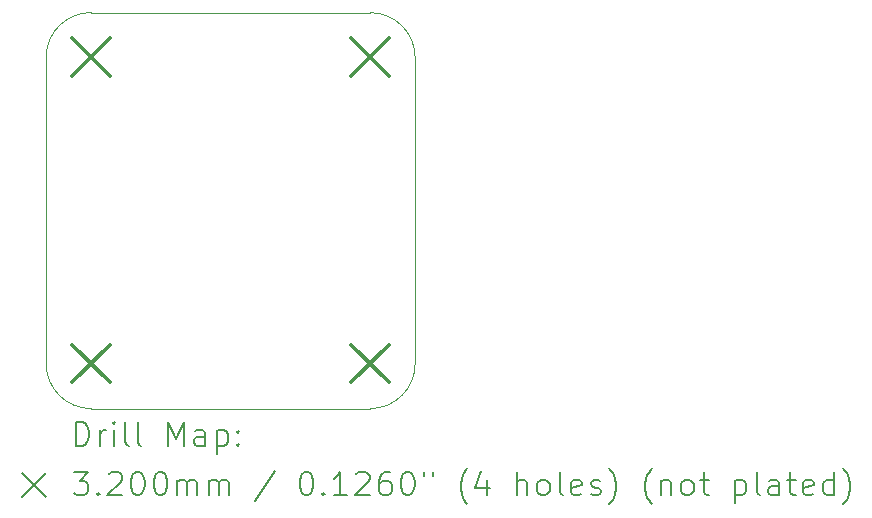
<source format=gbr>
%FSLAX45Y45*%
G04 Gerber Fmt 4.5, Leading zero omitted, Abs format (unit mm)*
G04 Created by KiCad (PCBNEW (6.0.0)) date 2022-01-04 00:39:45*
%MOMM*%
%LPD*%
G01*
G04 APERTURE LIST*
%TA.AperFunction,Profile*%
%ADD10C,0.100000*%
%TD*%
%ADD11C,0.200000*%
%ADD12C,0.320000*%
G04 APERTURE END LIST*
D10*
X11226800Y-7238154D02*
X13589000Y-7239000D01*
X11226800Y-7238154D02*
G75*
G03*
X10845800Y-7594600I0J-381846D01*
G01*
X13970000Y-7620000D02*
G75*
G03*
X13589000Y-7239000I-381000J0D01*
G01*
X10845800Y-10210800D02*
G75*
G03*
X11226800Y-10591800I381000J0D01*
G01*
X13970000Y-10210800D02*
X13970000Y-7620000D01*
X13589000Y-10591800D02*
X11226800Y-10591800D01*
X13589000Y-10591800D02*
G75*
G03*
X13970000Y-10210800I0J381000D01*
G01*
X10845800Y-10210800D02*
X10845800Y-7594600D01*
D11*
D12*
X11066800Y-7452400D02*
X11386800Y-7772400D01*
X11386800Y-7452400D02*
X11066800Y-7772400D01*
X11066800Y-10050800D02*
X11386800Y-10370800D01*
X11386800Y-10050800D02*
X11066800Y-10370800D01*
X13429000Y-7452400D02*
X13749000Y-7772400D01*
X13749000Y-7452400D02*
X13429000Y-7772400D01*
X13429000Y-10050800D02*
X13749000Y-10370800D01*
X13749000Y-10050800D02*
X13429000Y-10370800D01*
D11*
X11098419Y-10907276D02*
X11098419Y-10707276D01*
X11146038Y-10707276D01*
X11174610Y-10716800D01*
X11193657Y-10735848D01*
X11203181Y-10754895D01*
X11212705Y-10792990D01*
X11212705Y-10821562D01*
X11203181Y-10859657D01*
X11193657Y-10878705D01*
X11174610Y-10897752D01*
X11146038Y-10907276D01*
X11098419Y-10907276D01*
X11298419Y-10907276D02*
X11298419Y-10773943D01*
X11298419Y-10812038D02*
X11307943Y-10792990D01*
X11317467Y-10783467D01*
X11336514Y-10773943D01*
X11355562Y-10773943D01*
X11422228Y-10907276D02*
X11422228Y-10773943D01*
X11422228Y-10707276D02*
X11412705Y-10716800D01*
X11422228Y-10726324D01*
X11431752Y-10716800D01*
X11422228Y-10707276D01*
X11422228Y-10726324D01*
X11546038Y-10907276D02*
X11526990Y-10897752D01*
X11517467Y-10878705D01*
X11517467Y-10707276D01*
X11650800Y-10907276D02*
X11631752Y-10897752D01*
X11622228Y-10878705D01*
X11622228Y-10707276D01*
X11879371Y-10907276D02*
X11879371Y-10707276D01*
X11946038Y-10850133D01*
X12012705Y-10707276D01*
X12012705Y-10907276D01*
X12193657Y-10907276D02*
X12193657Y-10802514D01*
X12184133Y-10783467D01*
X12165086Y-10773943D01*
X12126990Y-10773943D01*
X12107943Y-10783467D01*
X12193657Y-10897752D02*
X12174609Y-10907276D01*
X12126990Y-10907276D01*
X12107943Y-10897752D01*
X12098419Y-10878705D01*
X12098419Y-10859657D01*
X12107943Y-10840610D01*
X12126990Y-10831086D01*
X12174609Y-10831086D01*
X12193657Y-10821562D01*
X12288895Y-10773943D02*
X12288895Y-10973943D01*
X12288895Y-10783467D02*
X12307943Y-10773943D01*
X12346038Y-10773943D01*
X12365086Y-10783467D01*
X12374609Y-10792990D01*
X12384133Y-10812038D01*
X12384133Y-10869181D01*
X12374609Y-10888229D01*
X12365086Y-10897752D01*
X12346038Y-10907276D01*
X12307943Y-10907276D01*
X12288895Y-10897752D01*
X12469848Y-10888229D02*
X12479371Y-10897752D01*
X12469848Y-10907276D01*
X12460324Y-10897752D01*
X12469848Y-10888229D01*
X12469848Y-10907276D01*
X12469848Y-10783467D02*
X12479371Y-10792990D01*
X12469848Y-10802514D01*
X12460324Y-10792990D01*
X12469848Y-10783467D01*
X12469848Y-10802514D01*
X10640800Y-11136800D02*
X10840800Y-11336800D01*
X10840800Y-11136800D02*
X10640800Y-11336800D01*
X11079371Y-11127276D02*
X11203181Y-11127276D01*
X11136514Y-11203467D01*
X11165086Y-11203467D01*
X11184133Y-11212990D01*
X11193657Y-11222514D01*
X11203181Y-11241562D01*
X11203181Y-11289181D01*
X11193657Y-11308228D01*
X11184133Y-11317752D01*
X11165086Y-11327276D01*
X11107943Y-11327276D01*
X11088895Y-11317752D01*
X11079371Y-11308228D01*
X11288895Y-11308228D02*
X11298419Y-11317752D01*
X11288895Y-11327276D01*
X11279371Y-11317752D01*
X11288895Y-11308228D01*
X11288895Y-11327276D01*
X11374609Y-11146324D02*
X11384133Y-11136800D01*
X11403181Y-11127276D01*
X11450800Y-11127276D01*
X11469848Y-11136800D01*
X11479371Y-11146324D01*
X11488895Y-11165371D01*
X11488895Y-11184419D01*
X11479371Y-11212990D01*
X11365086Y-11327276D01*
X11488895Y-11327276D01*
X11612705Y-11127276D02*
X11631752Y-11127276D01*
X11650800Y-11136800D01*
X11660324Y-11146324D01*
X11669848Y-11165371D01*
X11679371Y-11203467D01*
X11679371Y-11251086D01*
X11669848Y-11289181D01*
X11660324Y-11308228D01*
X11650800Y-11317752D01*
X11631752Y-11327276D01*
X11612705Y-11327276D01*
X11593657Y-11317752D01*
X11584133Y-11308228D01*
X11574609Y-11289181D01*
X11565086Y-11251086D01*
X11565086Y-11203467D01*
X11574609Y-11165371D01*
X11584133Y-11146324D01*
X11593657Y-11136800D01*
X11612705Y-11127276D01*
X11803181Y-11127276D02*
X11822228Y-11127276D01*
X11841276Y-11136800D01*
X11850800Y-11146324D01*
X11860324Y-11165371D01*
X11869848Y-11203467D01*
X11869848Y-11251086D01*
X11860324Y-11289181D01*
X11850800Y-11308228D01*
X11841276Y-11317752D01*
X11822228Y-11327276D01*
X11803181Y-11327276D01*
X11784133Y-11317752D01*
X11774609Y-11308228D01*
X11765086Y-11289181D01*
X11755562Y-11251086D01*
X11755562Y-11203467D01*
X11765086Y-11165371D01*
X11774609Y-11146324D01*
X11784133Y-11136800D01*
X11803181Y-11127276D01*
X11955562Y-11327276D02*
X11955562Y-11193943D01*
X11955562Y-11212990D02*
X11965086Y-11203467D01*
X11984133Y-11193943D01*
X12012705Y-11193943D01*
X12031752Y-11203467D01*
X12041276Y-11222514D01*
X12041276Y-11327276D01*
X12041276Y-11222514D02*
X12050800Y-11203467D01*
X12069848Y-11193943D01*
X12098419Y-11193943D01*
X12117467Y-11203467D01*
X12126990Y-11222514D01*
X12126990Y-11327276D01*
X12222228Y-11327276D02*
X12222228Y-11193943D01*
X12222228Y-11212990D02*
X12231752Y-11203467D01*
X12250800Y-11193943D01*
X12279371Y-11193943D01*
X12298419Y-11203467D01*
X12307943Y-11222514D01*
X12307943Y-11327276D01*
X12307943Y-11222514D02*
X12317467Y-11203467D01*
X12336514Y-11193943D01*
X12365086Y-11193943D01*
X12384133Y-11203467D01*
X12393657Y-11222514D01*
X12393657Y-11327276D01*
X12784133Y-11117752D02*
X12612705Y-11374895D01*
X13041276Y-11127276D02*
X13060324Y-11127276D01*
X13079371Y-11136800D01*
X13088895Y-11146324D01*
X13098419Y-11165371D01*
X13107943Y-11203467D01*
X13107943Y-11251086D01*
X13098419Y-11289181D01*
X13088895Y-11308228D01*
X13079371Y-11317752D01*
X13060324Y-11327276D01*
X13041276Y-11327276D01*
X13022228Y-11317752D01*
X13012705Y-11308228D01*
X13003181Y-11289181D01*
X12993657Y-11251086D01*
X12993657Y-11203467D01*
X13003181Y-11165371D01*
X13012705Y-11146324D01*
X13022228Y-11136800D01*
X13041276Y-11127276D01*
X13193657Y-11308228D02*
X13203181Y-11317752D01*
X13193657Y-11327276D01*
X13184133Y-11317752D01*
X13193657Y-11308228D01*
X13193657Y-11327276D01*
X13393657Y-11327276D02*
X13279371Y-11327276D01*
X13336514Y-11327276D02*
X13336514Y-11127276D01*
X13317467Y-11155848D01*
X13298419Y-11174895D01*
X13279371Y-11184419D01*
X13469848Y-11146324D02*
X13479371Y-11136800D01*
X13498419Y-11127276D01*
X13546038Y-11127276D01*
X13565086Y-11136800D01*
X13574609Y-11146324D01*
X13584133Y-11165371D01*
X13584133Y-11184419D01*
X13574609Y-11212990D01*
X13460324Y-11327276D01*
X13584133Y-11327276D01*
X13755562Y-11127276D02*
X13717467Y-11127276D01*
X13698419Y-11136800D01*
X13688895Y-11146324D01*
X13669848Y-11174895D01*
X13660324Y-11212990D01*
X13660324Y-11289181D01*
X13669848Y-11308228D01*
X13679371Y-11317752D01*
X13698419Y-11327276D01*
X13736514Y-11327276D01*
X13755562Y-11317752D01*
X13765086Y-11308228D01*
X13774609Y-11289181D01*
X13774609Y-11241562D01*
X13765086Y-11222514D01*
X13755562Y-11212990D01*
X13736514Y-11203467D01*
X13698419Y-11203467D01*
X13679371Y-11212990D01*
X13669848Y-11222514D01*
X13660324Y-11241562D01*
X13898419Y-11127276D02*
X13917467Y-11127276D01*
X13936514Y-11136800D01*
X13946038Y-11146324D01*
X13955562Y-11165371D01*
X13965086Y-11203467D01*
X13965086Y-11251086D01*
X13955562Y-11289181D01*
X13946038Y-11308228D01*
X13936514Y-11317752D01*
X13917467Y-11327276D01*
X13898419Y-11327276D01*
X13879371Y-11317752D01*
X13869848Y-11308228D01*
X13860324Y-11289181D01*
X13850800Y-11251086D01*
X13850800Y-11203467D01*
X13860324Y-11165371D01*
X13869848Y-11146324D01*
X13879371Y-11136800D01*
X13898419Y-11127276D01*
X14041276Y-11127276D02*
X14041276Y-11165371D01*
X14117467Y-11127276D02*
X14117467Y-11165371D01*
X14412705Y-11403467D02*
X14403181Y-11393943D01*
X14384133Y-11365371D01*
X14374609Y-11346324D01*
X14365086Y-11317752D01*
X14355562Y-11270133D01*
X14355562Y-11232038D01*
X14365086Y-11184419D01*
X14374609Y-11155848D01*
X14384133Y-11136800D01*
X14403181Y-11108229D01*
X14412705Y-11098705D01*
X14574609Y-11193943D02*
X14574609Y-11327276D01*
X14526990Y-11117752D02*
X14479371Y-11260609D01*
X14603181Y-11260609D01*
X14831752Y-11327276D02*
X14831752Y-11127276D01*
X14917467Y-11327276D02*
X14917467Y-11222514D01*
X14907943Y-11203467D01*
X14888895Y-11193943D01*
X14860324Y-11193943D01*
X14841276Y-11203467D01*
X14831752Y-11212990D01*
X15041276Y-11327276D02*
X15022228Y-11317752D01*
X15012705Y-11308228D01*
X15003181Y-11289181D01*
X15003181Y-11232038D01*
X15012705Y-11212990D01*
X15022228Y-11203467D01*
X15041276Y-11193943D01*
X15069848Y-11193943D01*
X15088895Y-11203467D01*
X15098419Y-11212990D01*
X15107943Y-11232038D01*
X15107943Y-11289181D01*
X15098419Y-11308228D01*
X15088895Y-11317752D01*
X15069848Y-11327276D01*
X15041276Y-11327276D01*
X15222228Y-11327276D02*
X15203181Y-11317752D01*
X15193657Y-11298705D01*
X15193657Y-11127276D01*
X15374609Y-11317752D02*
X15355562Y-11327276D01*
X15317467Y-11327276D01*
X15298419Y-11317752D01*
X15288895Y-11298705D01*
X15288895Y-11222514D01*
X15298419Y-11203467D01*
X15317467Y-11193943D01*
X15355562Y-11193943D01*
X15374609Y-11203467D01*
X15384133Y-11222514D01*
X15384133Y-11241562D01*
X15288895Y-11260609D01*
X15460324Y-11317752D02*
X15479371Y-11327276D01*
X15517467Y-11327276D01*
X15536514Y-11317752D01*
X15546038Y-11298705D01*
X15546038Y-11289181D01*
X15536514Y-11270133D01*
X15517467Y-11260609D01*
X15488895Y-11260609D01*
X15469848Y-11251086D01*
X15460324Y-11232038D01*
X15460324Y-11222514D01*
X15469848Y-11203467D01*
X15488895Y-11193943D01*
X15517467Y-11193943D01*
X15536514Y-11203467D01*
X15612705Y-11403467D02*
X15622228Y-11393943D01*
X15641276Y-11365371D01*
X15650800Y-11346324D01*
X15660324Y-11317752D01*
X15669848Y-11270133D01*
X15669848Y-11232038D01*
X15660324Y-11184419D01*
X15650800Y-11155848D01*
X15641276Y-11136800D01*
X15622228Y-11108229D01*
X15612705Y-11098705D01*
X15974609Y-11403467D02*
X15965086Y-11393943D01*
X15946038Y-11365371D01*
X15936514Y-11346324D01*
X15926990Y-11317752D01*
X15917467Y-11270133D01*
X15917467Y-11232038D01*
X15926990Y-11184419D01*
X15936514Y-11155848D01*
X15946038Y-11136800D01*
X15965086Y-11108229D01*
X15974609Y-11098705D01*
X16050800Y-11193943D02*
X16050800Y-11327276D01*
X16050800Y-11212990D02*
X16060324Y-11203467D01*
X16079371Y-11193943D01*
X16107943Y-11193943D01*
X16126990Y-11203467D01*
X16136514Y-11222514D01*
X16136514Y-11327276D01*
X16260324Y-11327276D02*
X16241276Y-11317752D01*
X16231752Y-11308228D01*
X16222228Y-11289181D01*
X16222228Y-11232038D01*
X16231752Y-11212990D01*
X16241276Y-11203467D01*
X16260324Y-11193943D01*
X16288895Y-11193943D01*
X16307943Y-11203467D01*
X16317467Y-11212990D01*
X16326990Y-11232038D01*
X16326990Y-11289181D01*
X16317467Y-11308228D01*
X16307943Y-11317752D01*
X16288895Y-11327276D01*
X16260324Y-11327276D01*
X16384133Y-11193943D02*
X16460324Y-11193943D01*
X16412705Y-11127276D02*
X16412705Y-11298705D01*
X16422228Y-11317752D01*
X16441276Y-11327276D01*
X16460324Y-11327276D01*
X16679371Y-11193943D02*
X16679371Y-11393943D01*
X16679371Y-11203467D02*
X16698419Y-11193943D01*
X16736514Y-11193943D01*
X16755562Y-11203467D01*
X16765086Y-11212990D01*
X16774609Y-11232038D01*
X16774609Y-11289181D01*
X16765086Y-11308228D01*
X16755562Y-11317752D01*
X16736514Y-11327276D01*
X16698419Y-11327276D01*
X16679371Y-11317752D01*
X16888895Y-11327276D02*
X16869848Y-11317752D01*
X16860324Y-11298705D01*
X16860324Y-11127276D01*
X17050800Y-11327276D02*
X17050800Y-11222514D01*
X17041276Y-11203467D01*
X17022229Y-11193943D01*
X16984133Y-11193943D01*
X16965086Y-11203467D01*
X17050800Y-11317752D02*
X17031752Y-11327276D01*
X16984133Y-11327276D01*
X16965086Y-11317752D01*
X16955562Y-11298705D01*
X16955562Y-11279657D01*
X16965086Y-11260609D01*
X16984133Y-11251086D01*
X17031752Y-11251086D01*
X17050800Y-11241562D01*
X17117467Y-11193943D02*
X17193657Y-11193943D01*
X17146038Y-11127276D02*
X17146038Y-11298705D01*
X17155562Y-11317752D01*
X17174610Y-11327276D01*
X17193657Y-11327276D01*
X17336514Y-11317752D02*
X17317467Y-11327276D01*
X17279371Y-11327276D01*
X17260324Y-11317752D01*
X17250800Y-11298705D01*
X17250800Y-11222514D01*
X17260324Y-11203467D01*
X17279371Y-11193943D01*
X17317467Y-11193943D01*
X17336514Y-11203467D01*
X17346038Y-11222514D01*
X17346038Y-11241562D01*
X17250800Y-11260609D01*
X17517467Y-11327276D02*
X17517467Y-11127276D01*
X17517467Y-11317752D02*
X17498419Y-11327276D01*
X17460324Y-11327276D01*
X17441276Y-11317752D01*
X17431752Y-11308228D01*
X17422229Y-11289181D01*
X17422229Y-11232038D01*
X17431752Y-11212990D01*
X17441276Y-11203467D01*
X17460324Y-11193943D01*
X17498419Y-11193943D01*
X17517467Y-11203467D01*
X17593657Y-11403467D02*
X17603181Y-11393943D01*
X17622229Y-11365371D01*
X17631752Y-11346324D01*
X17641276Y-11317752D01*
X17650800Y-11270133D01*
X17650800Y-11232038D01*
X17641276Y-11184419D01*
X17631752Y-11155848D01*
X17622229Y-11136800D01*
X17603181Y-11108229D01*
X17593657Y-11098705D01*
M02*

</source>
